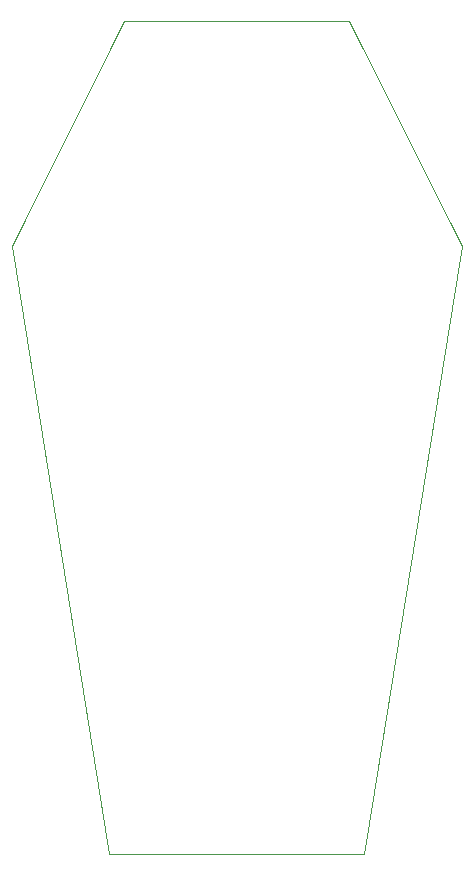
<source format=gbr>
%TF.GenerationSoftware,KiCad,Pcbnew,(5.1.8)-1*%
%TF.CreationDate,2021-10-08T14:09:10-07:00*%
%TF.ProjectId,Halloween,48616c6c-6f77-4656-956e-2e6b69636164,rev?*%
%TF.SameCoordinates,Original*%
%TF.FileFunction,Profile,NP*%
%FSLAX46Y46*%
G04 Gerber Fmt 4.6, Leading zero omitted, Abs format (unit mm)*
G04 Created by KiCad (PCBNEW (5.1.8)-1) date 2021-10-08 14:09:10*
%MOMM*%
%LPD*%
G01*
G04 APERTURE LIST*
%TA.AperFunction,Profile*%
%ADD10C,0.050000*%
%TD*%
G04 APERTURE END LIST*
D10*
X176530000Y-46990000D02*
X157480000Y-46990000D01*
X186055000Y-66040000D02*
X176530000Y-46990000D01*
X177800000Y-117475000D02*
X186055000Y-66040000D01*
X156210000Y-117475000D02*
X177800000Y-117475000D01*
X147955000Y-66040000D02*
X156210000Y-117475000D01*
X157480000Y-46990000D02*
X147955000Y-66040000D01*
M02*

</source>
